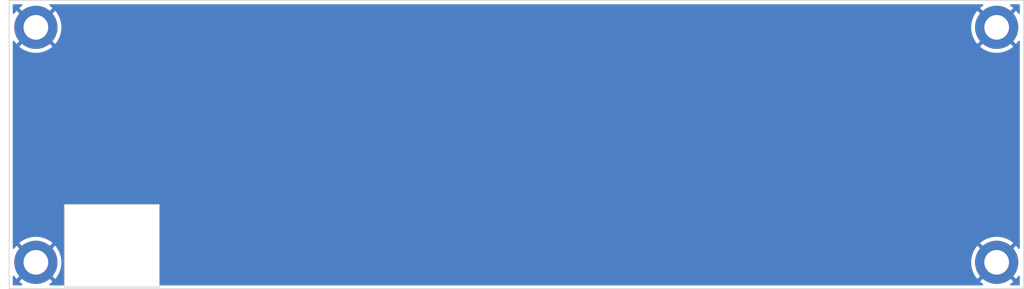
<source format=kicad_pcb>
(kicad_pcb (version 20221018) (generator pcbnew)
  (layers (0 "F.Cu" signal) (31 "B.Cu" signal) (34 "B.Paste" user) (35 "F.Paste" user) (36 "B.SilkS" user "B.Silkscreen") (37 "F.SilkS" user "F.Silkscreen") (38 "B.Mask" user) (39 "F.Mask" user) (44 "Edge.Cuts" user))
  (net 0 "")
  (footprint "" (layer "F.Cu") (at 264.3 94.4 -90)
    (fp_text reference "" (at 0 0 90) (layer "F.SilkS") (effects (font (size 1.27 1.27))))
    (fp_text value "" (at 0 0 90) (layer "F.SilkS") (effects (font (size 1.27 1.27))))
    (pad "1" thru_hole circle (at 0 0 270) (size 5.6 5.6) (drill 3.2) (layers "*.Cu" "*.Mask"))
  )
  (footprint "" (layer "F.Cu") (at 139.8 94.4 -90)
    (fp_text reference "" (at 0 0 90) (layer "F.SilkS") (effects (font (size 1.27 1.27))))
    (fp_text value "" (at 0 0 90) (layer "F.SilkS") (effects (font (size 1.27 1.27))))
    (pad "1" thru_hole circle (at 0 0 270) (size 5.6 5.6) (drill 3.2) (layers "*.Cu" "*.Mask"))
  )
  (footprint "" (layer "F.Cu") (at 264.3 63.9 -90)
    (fp_text reference "" (at 0 0 90) (layer "F.SilkS") (effects (font (size 1.27 1.27))))
    (fp_text value "" (at 0 0 90) (layer "F.SilkS") (effects (font (size 1.27 1.27))))
    (pad "1" thru_hole circle (at 0 0 270) (size 5.6 5.6) (drill 3.2) (layers "*.Cu" "*.Mask"))
  )
  (footprint "MountingHole:MountingHole_3.2mm_M3_DIN965_Pad" (layer "F.Cu") (at 139.8 63.9 -90)
    (fp_text reference "REF**" hide)
    (fp_text value "M3")
    (pad "1" thru_hole circle (at 0 0 270) (size 5.6 5.6) (drill 3.2) (layers "*.Cu" "*.Mask"))
  )
  (gr_line (start 267.8 97.8) (end 136.339531 97.8) (stroke (width 0.1)) (layer "Edge.Cuts"))
  (gr_line (start 155.8 86.9) (end 155.8 97.6) (stroke (width 0.1)) (layer "Edge.Cuts"))
  (gr_line (start 155.8 97.6) (end 143.5 97.6) (stroke (width 0.1)) (layer "Edge.Cuts"))
  (gr_line (start 267.8 60.4) (end 136.339531 60.4) (stroke (width 0.1)) (layer "Edge.Cuts"))
  (gr_line (start 267.8 60.4) (end 267.8 97.8) (stroke (width 0.1)) (layer "Edge.Cuts"))
  (gr_line (start 143.5 97.6) (end 143.5 86.9) (stroke (width 0.1)) (layer "Edge.Cuts"))
  (gr_line (start 136.339531 60.4) (end 136.339531 97.8) (stroke (width 0.1)) (layer "Edge.Cuts"))
  (gr_line (start 143.5 86.9) (end 155.8 86.9) (stroke (width 0.1)) (layer "Edge.Cuts"))
  (zone (net 0) (net_name "") (layer "B.Cu") (connect_pads (clearance 0.5)) (min_thickness 0.25) (fill yes (thermal_gap 0.5) (thermal_bridge_width 0.5))
    (polygon (pts (xy 136.8 60.9) (xy 136.8 97.4) (xy 267.3 97.4) (xy 267.3 60.9)))
  )
)
</source>
